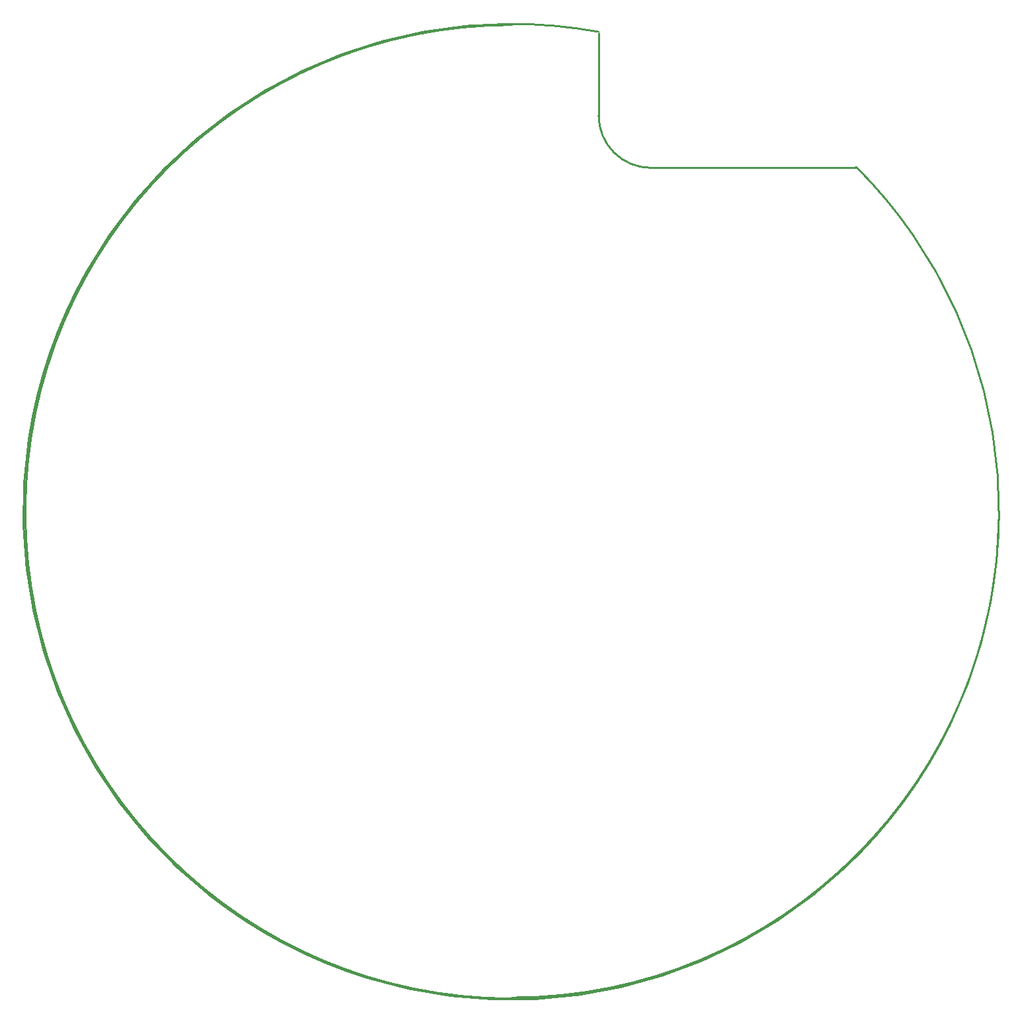
<source format=gm1>
G04*
G04 #@! TF.GenerationSoftware,Altium Limited,Altium Designer,18.1.9 (240)*
G04*
G04 Layer_Color=16711935*
%FSLAX25Y25*%
%MOIN*%
G70*
G01*
G75*
%ADD11C,0.01000*%
D11*
X289004Y444881D02*
G03*
X315291Y418595I26286J0D01*
G01*
X289004Y487024D02*
G03*
X418595Y419095I-44004J-241525D01*
G01*
X245500Y490500D02*
G03*
X500Y245500I0J-245000D01*
G01*
X245500Y1000D02*
G03*
X490500Y246000I0J245000D01*
G01*
X500Y245500D02*
G03*
X245500Y500I245000J0D01*
G01*
X315291Y418595D02*
X418595D01*
X289004Y444881D02*
Y486524D01*
M02*

</source>
